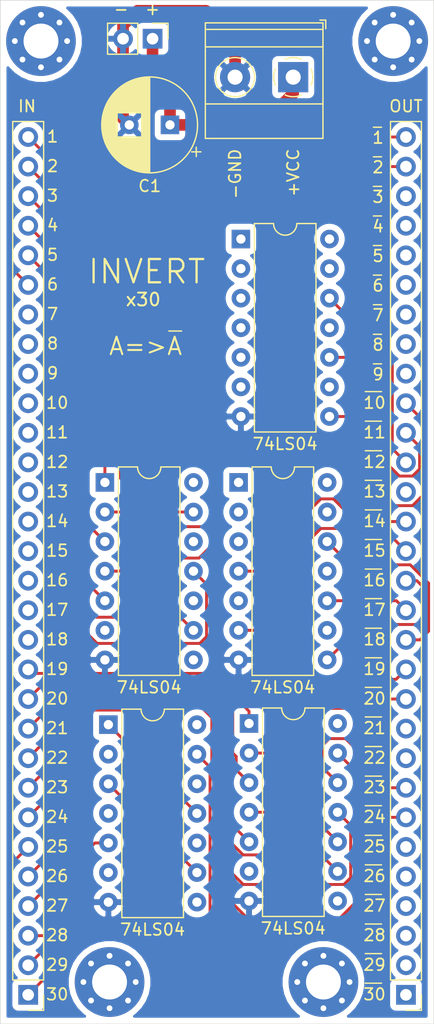
<source format=kicad_pcb>
(kicad_pcb (version 20171130) (host pcbnew "(5.1.9-0-10_14)")
  (layers (0 F.Cu signal) (1 In1.Cu signal) (2 In2.Cu signal hide) (31 B.Cu signal hide) (34 B.Paste user) (35 F.Paste user) (36 B.SilkS user) (37 F.SilkS user) (38 B.Mask user) (39 F.Mask user) (44 Edge.Cuts user))
  (net 0 "")
  (net 1 "Net-(J2-Pad30)")
  (net 2 "Net-(J2-Pad29)")
  (net 3 "Net-(J2-Pad28)")
  (net 4 "Net-(J2-Pad27)")
  (net 5 "Net-(J2-Pad26)")
  (net 6 "Net-(J2-Pad25)")
  (net 7 "Net-(J2-Pad24)")
  (net 8 "Net-(J2-Pad23)")
  (net 9 "Net-(J2-Pad22)")
  (net 10 "Net-(J2-Pad21)")
  (net 11 "Net-(J2-Pad20)")
  (net 12 "Net-(J2-Pad19)")
  (net 13 "Net-(J2-Pad18)")
  (net 14 "Net-(J2-Pad17)")
  (net 15 "Net-(J2-Pad16)")
  (net 16 "Net-(J2-Pad15)")
  (net 17 "Net-(J2-Pad14)")
  (net 18 "Net-(J2-Pad13)")
  (net 19 "Net-(J2-Pad12)")
  (net 20 "Net-(J2-Pad11)")
  (net 21 "Net-(J2-Pad10)")
  (net 22 "Net-(J2-Pad9)")
  (net 23 "Net-(J2-Pad8)")
  (net 24 "Net-(J2-Pad7)")
  (net 25 "Net-(J2-Pad6)")
  (net 26 "Net-(J2-Pad5)")
  (net 27 "Net-(J2-Pad4)")
  (net 28 "Net-(J2-Pad3)")
  (net 29 "Net-(J2-Pad2)")
  (net 30 "Net-(J2-Pad1)")
  (net 31 "Net-(J1-Pad30)")
  (net 32 "Net-(J1-Pad29)")
  (net 33 "Net-(J1-Pad28)")
  (net 34 "Net-(J1-Pad27)")
  (net 35 "Net-(J1-Pad26)")
  (net 36 "Net-(J1-Pad25)")
  (net 37 "Net-(J1-Pad24)")
  (net 38 "Net-(J1-Pad23)")
  (net 39 "Net-(J1-Pad22)")
  (net 40 "Net-(J1-Pad21)")
  (net 41 "Net-(J1-Pad20)")
  (net 42 "Net-(J1-Pad19)")
  (net 43 "Net-(J1-Pad18)")
  (net 44 "Net-(J1-Pad17)")
  (net 45 "Net-(J1-Pad16)")
  (net 46 "Net-(J1-Pad15)")
  (net 47 "Net-(J1-Pad14)")
  (net 48 "Net-(J1-Pad13)")
  (net 49 "Net-(J1-Pad12)")
  (net 50 "Net-(J1-Pad11)")
  (net 51 "Net-(J1-Pad10)")
  (net 52 "Net-(J1-Pad9)")
  (net 53 "Net-(J1-Pad8)")
  (net 54 "Net-(J1-Pad7)")
  (net 55 "Net-(J1-Pad6)")
  (net 56 "Net-(J1-Pad5)")
  (net 57 "Net-(J1-Pad4)")
  (net 58 "Net-(J1-Pad3)")
  (net 59 "Net-(J1-Pad2)")
  (net 60 "Net-(J1-Pad1)")
  (net 61 GND)
  (net 62 VCC)
  (module MountingHole:MountingHole_3mm_Pad_Via (layer F.Cu) (at 84.9 53.5)
    (fp_text reference REF** hide)
    (fp_text value MountingHole_3mm_Pad_Via hide)
    (pad 1 thru_hole circle (at 1.59099 -1.59099) (size 0.8 0.8) (drill 0.5) (layers *.Cu *.Mask))
    (pad 1 thru_hole circle (at 0 -2.25) (size 0.8 0.8) (drill 0.5) (layers *.Cu *.Mask))
    (pad 1 thru_hole circle (at -1.59099 -1.59099) (size 0.8 0.8) (drill 0.5) (layers *.Cu *.Mask))
    (pad 1 thru_hole circle (at -2.25 0) (size 0.8 0.8) (drill 0.5) (layers *.Cu *.Mask))
    (pad 1 thru_hole circle (at -1.59099 1.59099) (size 0.8 0.8) (drill 0.5) (layers *.Cu *.Mask))
    (pad 1 thru_hole circle (at 0 2.25) (size 0.8 0.8) (drill 0.5) (layers *.Cu *.Mask))
    (pad 1 thru_hole circle (at 1.59099 1.59099) (size 0.8 0.8) (drill 0.5) (layers *.Cu *.Mask))
    (pad 1 thru_hole circle (at 2.25 0) (size 0.8 0.8) (drill 0.5) (layers *.Cu *.Mask))
    (pad 1 thru_hole circle (at 0 0) (size 6 6) (drill 3) (layers *.Cu *.Mask))
  )
  (module MountingHole:MountingHole_3mm_Pad_Via (layer F.Cu) (at 115.2 53.5)
    (fp_text reference REF** hide)
    (fp_text value MountingHole_3mm_Pad_Via hide)
    (pad 1 thru_hole circle (at 0 0) (size 6 6) (drill 3) (layers *.Cu *.Mask))
    (pad 1 thru_hole circle (at 2.25 0) (size 0.8 0.8) (drill 0.5) (layers *.Cu *.Mask))
    (pad 1 thru_hole circle (at 1.59099 1.59099) (size 0.8 0.8) (drill 0.5) (layers *.Cu *.Mask))
    (pad 1 thru_hole circle (at 0 2.25) (size 0.8 0.8) (drill 0.5) (layers *.Cu *.Mask))
    (pad 1 thru_hole circle (at -1.59099 1.59099) (size 0.8 0.8) (drill 0.5) (layers *.Cu *.Mask))
    (pad 1 thru_hole circle (at -2.25 0) (size 0.8 0.8) (drill 0.5) (layers *.Cu *.Mask))
    (pad 1 thru_hole circle (at -1.59099 -1.59099) (size 0.8 0.8) (drill 0.5) (layers *.Cu *.Mask))
    (pad 1 thru_hole circle (at 0 -2.25) (size 0.8 0.8) (drill 0.5) (layers *.Cu *.Mask))
    (pad 1 thru_hole circle (at 1.59099 -1.59099) (size 0.8 0.8) (drill 0.5) (layers *.Cu *.Mask))
  )
  (module MountingHole:MountingHole_3mm_Pad_Via (layer F.Cu) (at 90.8 134.3)
    (fp_text reference REF** hide)
    (fp_text value MountingHole_3mm_Pad_Via hide)
    (pad 1 thru_hole circle (at 0 0) (size 6 6) (drill 3) (layers *.Cu *.Mask))
    (pad 1 thru_hole circle (at 2.25 0) (size 0.8 0.8) (drill 0.5) (layers *.Cu *.Mask))
    (pad 1 thru_hole circle (at 1.59099 1.59099) (size 0.8 0.8) (drill 0.5) (layers *.Cu *.Mask))
    (pad 1 thru_hole circle (at 0 2.25) (size 0.8 0.8) (drill 0.5) (layers *.Cu *.Mask))
    (pad 1 thru_hole circle (at -1.59099 1.59099) (size 0.8 0.8) (drill 0.5) (layers *.Cu *.Mask))
    (pad 1 thru_hole circle (at -2.25 0) (size 0.8 0.8) (drill 0.5) (layers *.Cu *.Mask))
    (pad 1 thru_hole circle (at -1.59099 -1.59099) (size 0.8 0.8) (drill 0.5) (layers *.Cu *.Mask))
    (pad 1 thru_hole circle (at 0 -2.25) (size 0.8 0.8) (drill 0.5) (layers *.Cu *.Mask))
    (pad 1 thru_hole circle (at 1.59099 -1.59099) (size 0.8 0.8) (drill 0.5) (layers *.Cu *.Mask))
  )
  (module MountingHole:MountingHole_3mm_Pad_Via (layer F.Cu) (at 109.2 134.3)
    (fp_text reference REF** hide)
    (fp_text value MountingHole_3mm_Pad_Via hide)
    (pad 1 thru_hole circle (at 1.59099 -1.59099) (size 0.8 0.8) (drill 0.5) (layers *.Cu *.Mask))
    (pad 1 thru_hole circle (at 0 -2.25) (size 0.8 0.8) (drill 0.5) (layers *.Cu *.Mask))
    (pad 1 thru_hole circle (at -1.59099 -1.59099) (size 0.8 0.8) (drill 0.5) (layers *.Cu *.Mask))
    (pad 1 thru_hole circle (at -2.25 0) (size 0.8 0.8) (drill 0.5) (layers *.Cu *.Mask))
    (pad 1 thru_hole circle (at -1.59099 1.59099) (size 0.8 0.8) (drill 0.5) (layers *.Cu *.Mask))
    (pad 1 thru_hole circle (at 0 2.25) (size 0.8 0.8) (drill 0.5) (layers *.Cu *.Mask))
    (pad 1 thru_hole circle (at 1.59099 1.59099) (size 0.8 0.8) (drill 0.5) (layers *.Cu *.Mask))
    (pad 1 thru_hole circle (at 2.25 0) (size 0.8 0.8) (drill 0.5) (layers *.Cu *.Mask))
    (pad 1 thru_hole circle (at 0 0) (size 6 6) (drill 3) (layers *.Cu *.Mask))
  )
  (module Capacitor_THT:CP_Radial_D8.0mm_P3.50mm (layer F.Cu) (at 96 60.7 180)
    (fp_text reference C1 (at 1.75 -5.25) (layer F.SilkS))
    (fp_text value CP1_Small)
    (pad 2 thru_hole circle (at 3.5 0 180) (size 1.6 1.6) (drill 0.8) (layers *.Cu *.Mask) (net 61 GND))
    (pad 1 thru_hole rect (at 0 0 180) (size 1.6 1.6) (drill 0.8) (layers *.Cu *.Mask) (net 62 VCC))
  )
  (module TerminalBlock_Phoenix:TerminalBlock_Phoenix_MKDS-1,5-2_1x02_P5.00mm_Horizontal (layer F.Cu) (at 106.6 56.6 180)
    (fp_text reference J4 hide)
    (fp_text value Screw_Terminal_01x02 hide)
    (pad 2 thru_hole circle (at 5 0 180) (size 2.6 2.6) (drill 1.3) (layers *.Cu *.Mask) (net 61 GND))
    (pad 1 thru_hole rect (at 0 0 180) (size 2.6 2.6) (drill 1.3) (layers *.Cu *.Mask) (net 62 VCC))
  )
  (module Connector_PinHeader_2.54mm:PinHeader_1x02_P2.54mm_Vertical (layer F.Cu) (at 94.5 53.3 270)
    (fp_text reference J3 hide)
    (fp_text value Conn_01x02 hide)
    (pad 2 thru_hole oval (at 0 2.54 270) (size 1.7 1.7) (drill 1) (layers *.Cu *.Mask) (net 61 GND))
    (pad 1 thru_hole rect (at 0 0 270) (size 1.7 1.7) (drill 1) (layers *.Cu *.Mask) (net 62 VCC))
  )
  (module Connector_PinHeader_2.54mm:PinHeader_1x30_P2.54mm_Vertical (layer F.Cu) (at 116.3 135.4 180)
    (fp_text reference J1 hide)
    (fp_text value Conn_01x30 hide)
    (pad 30 thru_hole oval (at 0 73.66 180) (size 1.7 1.7) (drill 1) (layers *.Cu *.Mask) (net 31 "Net-(J1-Pad30)"))
    (pad 29 thru_hole oval (at 0 71.12 180) (size 1.7 1.7) (drill 1) (layers *.Cu *.Mask) (net 32 "Net-(J1-Pad29)"))
    (pad 28 thru_hole oval (at 0 68.58 180) (size 1.7 1.7) (drill 1) (layers *.Cu *.Mask) (net 33 "Net-(J1-Pad28)"))
    (pad 27 thru_hole oval (at 0 66.04 180) (size 1.7 1.7) (drill 1) (layers *.Cu *.Mask) (net 34 "Net-(J1-Pad27)"))
    (pad 26 thru_hole oval (at 0 63.5 180) (size 1.7 1.7) (drill 1) (layers *.Cu *.Mask) (net 35 "Net-(J1-Pad26)"))
    (pad 25 thru_hole oval (at 0 60.96 180) (size 1.7 1.7) (drill 1) (layers *.Cu *.Mask) (net 36 "Net-(J1-Pad25)"))
    (pad 24 thru_hole oval (at 0 58.42 180) (size 1.7 1.7) (drill 1) (layers *.Cu *.Mask) (net 37 "Net-(J1-Pad24)"))
    (pad 23 thru_hole oval (at 0 55.88 180) (size 1.7 1.7) (drill 1) (layers *.Cu *.Mask) (net 38 "Net-(J1-Pad23)"))
    (pad 22 thru_hole oval (at 0 53.34 180) (size 1.7 1.7) (drill 1) (layers *.Cu *.Mask) (net 39 "Net-(J1-Pad22)"))
    (pad 21 thru_hole oval (at 0 50.8 180) (size 1.7 1.7) (drill 1) (layers *.Cu *.Mask) (net 40 "Net-(J1-Pad21)"))
    (pad 20 thru_hole oval (at 0 48.26 180) (size 1.7 1.7) (drill 1) (layers *.Cu *.Mask) (net 41 "Net-(J1-Pad20)"))
    (pad 19 thru_hole oval (at 0 45.72 180) (size 1.7 1.7) (drill 1) (layers *.Cu *.Mask) (net 42 "Net-(J1-Pad19)"))
    (pad 18 thru_hole oval (at 0 43.18 180) (size 1.7 1.7) (drill 1) (layers *.Cu *.Mask) (net 43 "Net-(J1-Pad18)"))
    (pad 17 thru_hole oval (at 0 40.64 180) (size 1.7 1.7) (drill 1) (layers *.Cu *.Mask) (net 44 "Net-(J1-Pad17)"))
    (pad 16 thru_hole oval (at 0 38.1 180) (size 1.7 1.7) (drill 1) (layers *.Cu *.Mask) (net 45 "Net-(J1-Pad16)"))
    (pad 15 thru_hole oval (at 0 35.56 180) (size 1.7 1.7) (drill 1) (layers *.Cu *.Mask) (net 46 "Net-(J1-Pad15)"))
    (pad 14 thru_hole oval (at 0 33.02 180) (size 1.7 1.7) (drill 1) (layers *.Cu *.Mask) (net 47 "Net-(J1-Pad14)"))
    (pad 13 thru_hole oval (at 0 30.48 180) (size 1.7 1.7) (drill 1) (layers *.Cu *.Mask) (net 48 "Net-(J1-Pad13)"))
    (pad 12 thru_hole oval (at 0 27.94 180) (size 1.7 1.7) (drill 1) (layers *.Cu *.Mask) (net 49 "Net-(J1-Pad12)"))
    (pad 11 thru_hole oval (at 0 25.4 180) (size 1.7 1.7) (drill 1) (layers *.Cu *.Mask) (net 50 "Net-(J1-Pad11)"))
    (pad 10 thru_hole oval (at 0 22.86 180) (size 1.7 1.7) (drill 1) (layers *.Cu *.Mask) (net 51 "Net-(J1-Pad10)"))
    (pad 9 thru_hole oval (at 0 20.32 180) (size 1.7 1.7) (drill 1) (layers *.Cu *.Mask) (net 52 "Net-(J1-Pad9)"))
    (pad 8 thru_hole oval (at 0 17.78 180) (size 1.7 1.7) (drill 1) (layers *.Cu *.Mask) (net 53 "Net-(J1-Pad8)"))
    (pad 7 thru_hole oval (at 0 15.24 180) (size 1.7 1.7) (drill 1) (layers *.Cu *.Mask) (net 54 "Net-(J1-Pad7)"))
    (pad 6 thru_hole oval (at 0 12.7 180) (size 1.7 1.7) (drill 1) (layers *.Cu *.Mask) (net 55 "Net-(J1-Pad6)"))
    (pad 5 thru_hole oval (at 0 10.16 180) (size 1.7 1.7) (drill 1) (layers *.Cu *.Mask) (net 56 "Net-(J1-Pad5)"))
    (pad 4 thru_hole oval (at 0 7.62 180) (size 1.7 1.7) (drill 1) (layers *.Cu *.Mask) (net 57 "Net-(J1-Pad4)"))
    (pad 3 thru_hole oval (at 0 5.08 180) (size 1.7 1.7) (drill 1) (layers *.Cu *.Mask) (net 58 "Net-(J1-Pad3)"))
    (pad 2 thru_hole oval (at 0 2.54 180) (size 1.7 1.7) (drill 1) (layers *.Cu *.Mask) (net 59 "Net-(J1-Pad2)"))
    (pad 1 thru_hole rect (at 0 0 180) (size 1.7 1.7) (drill 1) (layers *.Cu *.Mask) (net 60 "Net-(J1-Pad1)"))
  )
  (module Connector_PinHeader_2.54mm:PinHeader_1x30_P2.54mm_Vertical (layer F.Cu) (at 83.8 135.4 180)
    (fp_text reference J2 hide)
    (fp_text value Conn_01x30 hide)
    (pad 30 thru_hole oval (at 0 73.66 180) (size 1.7 1.7) (drill 1) (layers *.Cu *.Mask) (net 1 "Net-(J2-Pad30)"))
    (pad 29 thru_hole oval (at 0 71.12 180) (size 1.7 1.7) (drill 1) (layers *.Cu *.Mask) (net 2 "Net-(J2-Pad29)"))
    (pad 28 thru_hole oval (at 0 68.58 180) (size 1.7 1.7) (drill 1) (layers *.Cu *.Mask) (net 3 "Net-(J2-Pad28)"))
    (pad 27 thru_hole oval (at 0 66.04 180) (size 1.7 1.7) (drill 1) (layers *.Cu *.Mask) (net 4 "Net-(J2-Pad27)"))
    (pad 26 thru_hole oval (at 0 63.5 180) (size 1.7 1.7) (drill 1) (layers *.Cu *.Mask) (net 5 "Net-(J2-Pad26)"))
    (pad 25 thru_hole oval (at 0 60.96 180) (size 1.7 1.7) (drill 1) (layers *.Cu *.Mask) (net 6 "Net-(J2-Pad25)"))
    (pad 24 thru_hole oval (at 0 58.42 180) (size 1.7 1.7) (drill 1) (layers *.Cu *.Mask) (net 7 "Net-(J2-Pad24)"))
    (pad 23 thru_hole oval (at 0 55.88 180) (size 1.7 1.7) (drill 1) (layers *.Cu *.Mask) (net 8 "Net-(J2-Pad23)"))
    (pad 22 thru_hole oval (at 0 53.34 180) (size 1.7 1.7) (drill 1) (layers *.Cu *.Mask) (net 9 "Net-(J2-Pad22)"))
    (pad 21 thru_hole oval (at 0 50.8 180) (size 1.7 1.7) (drill 1) (layers *.Cu *.Mask) (net 10 "Net-(J2-Pad21)"))
    (pad 20 thru_hole oval (at 0 48.26 180) (size 1.7 1.7) (drill 1) (layers *.Cu *.Mask) (net 11 "Net-(J2-Pad20)"))
    (pad 19 thru_hole oval (at 0 45.72 180) (size 1.7 1.7) (drill 1) (layers *.Cu *.Mask) (net 12 "Net-(J2-Pad19)"))
    (pad 18 thru_hole oval (at 0 43.18 180) (size 1.7 1.7) (drill 1) (layers *.Cu *.Mask) (net 13 "Net-(J2-Pad18)"))
    (pad 17 thru_hole oval (at 0 40.64 180) (size 1.7 1.7) (drill 1) (layers *.Cu *.Mask) (net 14 "Net-(J2-Pad17)"))
    (pad 16 thru_hole oval (at 0 38.1 180) (size 1.7 1.7) (drill 1) (layers *.Cu *.Mask) (net 15 "Net-(J2-Pad16)"))
    (pad 15 thru_hole oval (at 0 35.56 180) (size 1.7 1.7) (drill 1) (layers *.Cu *.Mask) (net 16 "Net-(J2-Pad15)"))
    (pad 14 thru_hole oval (at 0 33.02 180) (size 1.7 1.7) (drill 1) (layers *.Cu *.Mask) (net 17 "Net-(J2-Pad14)"))
    (pad 13 thru_hole oval (at 0 30.48 180) (size 1.7 1.7) (drill 1) (layers *.Cu *.Mask) (net 18 "Net-(J2-Pad13)"))
    (pad 12 thru_hole oval (at 0 27.94 180) (size 1.7 1.7) (drill 1) (layers *.Cu *.Mask) (net 19 "Net-(J2-Pad12)"))
    (pad 11 thru_hole oval (at 0 25.4 180) (size 1.7 1.7) (drill 1) (layers *.Cu *.Mask) (net 20 "Net-(J2-Pad11)"))
    (pad 10 thru_hole oval (at 0 22.86 180) (size 1.7 1.7) (drill 1) (layers *.Cu *.Mask) (net 21 "Net-(J2-Pad10)"))
    (pad 9 thru_hole oval (at 0 20.32 180) (size 1.7 1.7) (drill 1) (layers *.Cu *.Mask) (net 22 "Net-(J2-Pad9)"))
    (pad 8 thru_hole oval (at 0 17.78 180) (size 1.7 1.7) (drill 1) (layers *.Cu *.Mask) (net 23 "Net-(J2-Pad8)"))
    (pad 7 thru_hole oval (at 0 15.24 180) (size 1.7 1.7) (drill 1) (layers *.Cu *.Mask) (net 24 "Net-(J2-Pad7)"))
    (pad 6 thru_hole oval (at 0 12.7 180) (size 1.7 1.7) (drill 1) (layers *.Cu *.Mask) (net 25 "Net-(J2-Pad6)"))
    (pad 5 thru_hole oval (at 0 10.16 180) (size 1.7 1.7) (drill 1) (layers *.Cu *.Mask) (net 26 "Net-(J2-Pad5)"))
    (pad 4 thru_hole oval (at 0 7.62 180) (size 1.7 1.7) (drill 1) (layers *.Cu *.Mask) (net 27 "Net-(J2-Pad4)"))
    (pad 3 thru_hole oval (at 0 5.08 180) (size 1.7 1.7) (drill 1) (layers *.Cu *.Mask) (net 28 "Net-(J2-Pad3)"))
    (pad 2 thru_hole oval (at 0 2.54 180) (size 1.7 1.7) (drill 1) (layers *.Cu *.Mask) (net 29 "Net-(J2-Pad2)"))
    (pad 1 thru_hole rect (at 0 0 180) (size 1.7 1.7) (drill 1) (layers *.Cu *.Mask) (net 30 "Net-(J2-Pad1)"))
  )
  (module Package_DIP:DIP-14_W7.62mm (layer F.Cu) (at 90.7 112.2)
    (fp_text reference U5 hide)
    (fp_text value 74LS04)
    (pad 14 thru_hole oval (at 7.62 0) (size 1.6 1.6) (drill 0.8) (layers *.Cu *.Mask) (net 62 VCC))
    (pad 7 thru_hole oval (at 0 15.24) (size 1.6 1.6) (drill 0.8) (layers *.Cu *.Mask) (net 61 GND))
    (pad 13 thru_hole oval (at 7.62 2.54) (size 1.6 1.6) (drill 0.8) (layers *.Cu *.Mask) (net 25 "Net-(J2-Pad6)"))
    (pad 6 thru_hole oval (at 0 12.7) (size 1.6 1.6) (drill 0.8) (layers *.Cu *.Mask) (net 58 "Net-(J1-Pad3)"))
    (pad 12 thru_hole oval (at 7.62 5.08) (size 1.6 1.6) (drill 0.8) (layers *.Cu *.Mask) (net 55 "Net-(J1-Pad6)"))
    (pad 5 thru_hole oval (at 0 10.16) (size 1.6 1.6) (drill 0.8) (layers *.Cu *.Mask) (net 28 "Net-(J2-Pad3)"))
    (pad 11 thru_hole oval (at 7.62 7.62) (size 1.6 1.6) (drill 0.8) (layers *.Cu *.Mask) (net 26 "Net-(J2-Pad5)"))
    (pad 4 thru_hole oval (at 0 7.62) (size 1.6 1.6) (drill 0.8) (layers *.Cu *.Mask) (net 59 "Net-(J1-Pad2)"))
    (pad 10 thru_hole oval (at 7.62 10.16) (size 1.6 1.6) (drill 0.8) (layers *.Cu *.Mask) (net 56 "Net-(J1-Pad5)"))
    (pad 3 thru_hole oval (at 0 5.08) (size 1.6 1.6) (drill 0.8) (layers *.Cu *.Mask) (net 29 "Net-(J2-Pad2)"))
    (pad 9 thru_hole oval (at 7.62 12.7) (size 1.6 1.6) (drill 0.8) (layers *.Cu *.Mask) (net 27 "Net-(J2-Pad4)"))
    (pad 2 thru_hole oval (at 0 2.54) (size 1.6 1.6) (drill 0.8) (layers *.Cu *.Mask) (net 60 "Net-(J1-Pad1)"))
    (pad 8 thru_hole oval (at 7.62 15.24) (size 1.6 1.6) (drill 0.8) (layers *.Cu *.Mask) (net 57 "Net-(J1-Pad4)"))
    (pad 1 thru_hole rect (at 0 0) (size 1.6 1.6) (drill 0.8) (layers *.Cu *.Mask) (net 30 "Net-(J2-Pad1)"))
  )
  (module Package_DIP:DIP-14_W7.62mm (layer F.Cu) (at 90.4 91.4)
    (fp_text reference U4 hide)
    (fp_text value 74LS04)
    (pad 14 thru_hole oval (at 7.62 0) (size 1.6 1.6) (drill 0.8) (layers *.Cu *.Mask) (net 62 VCC))
    (pad 7 thru_hole oval (at 0 15.24) (size 1.6 1.6) (drill 0.8) (layers *.Cu *.Mask) (net 61 GND))
    (pad 13 thru_hole oval (at 7.62 2.54) (size 1.6 1.6) (drill 0.8) (layers *.Cu *.Mask) (net 6 "Net-(J2-Pad25)"))
    (pad 6 thru_hole oval (at 0 12.7) (size 1.6 1.6) (drill 0.8) (layers *.Cu *.Mask) (net 33 "Net-(J1-Pad28)"))
    (pad 12 thru_hole oval (at 7.62 5.08) (size 1.6 1.6) (drill 0.8) (layers *.Cu *.Mask) (net 36 "Net-(J1-Pad25)"))
    (pad 5 thru_hole oval (at 0 10.16) (size 1.6 1.6) (drill 0.8) (layers *.Cu *.Mask) (net 3 "Net-(J2-Pad28)"))
    (pad 11 thru_hole oval (at 7.62 7.62) (size 1.6 1.6) (drill 0.8) (layers *.Cu *.Mask) (net 5 "Net-(J2-Pad26)"))
    (pad 4 thru_hole oval (at 0 7.62) (size 1.6 1.6) (drill 0.8) (layers *.Cu *.Mask) (net 32 "Net-(J1-Pad29)"))
    (pad 10 thru_hole oval (at 7.62 10.16) (size 1.6 1.6) (drill 0.8) (layers *.Cu *.Mask) (net 35 "Net-(J1-Pad26)"))
    (pad 3 thru_hole oval (at 0 5.08) (size 1.6 1.6) (drill 0.8) (layers *.Cu *.Mask) (net 2 "Net-(J2-Pad29)"))
    (pad 9 thru_hole oval (at 7.62 12.7) (size 1.6 1.6) (drill 0.8) (layers *.Cu *.Mask) (net 4 "Net-(J2-Pad27)"))
    (pad 2 thru_hole oval (at 0 2.54) (size 1.6 1.6) (drill 0.8) (layers *.Cu *.Mask) (net 31 "Net-(J1-Pad30)"))
    (pad 8 thru_hole oval (at 7.62 15.24) (size 1.6 1.6) (drill 0.8) (layers *.Cu *.Mask) (net 34 "Net-(J1-Pad27)"))
    (pad 1 thru_hole rect (at 0 0) (size 1.6 1.6) (drill 0.8) (layers *.Cu *.Mask) (net 1 "Net-(J2-Pad30)"))
  )
  (module Package_DIP:DIP-14_W7.62mm (layer F.Cu) (at 101.9 91.4)
    (fp_text reference U3 hide)
    (fp_text value 74LS04)
    (pad 14 thru_hole oval (at 7.62 0) (size 1.6 1.6) (drill 0.8) (layers *.Cu *.Mask) (net 62 VCC))
    (pad 7 thru_hole oval (at 0 15.24) (size 1.6 1.6) (drill 0.8) (layers *.Cu *.Mask) (net 61 GND))
    (pad 13 thru_hole oval (at 7.62 2.54) (size 1.6 1.6) (drill 0.8) (layers *.Cu *.Mask) (net 18 "Net-(J2-Pad13)"))
    (pad 6 thru_hole oval (at 0 12.7) (size 1.6 1.6) (drill 0.8) (layers *.Cu *.Mask) (net 45 "Net-(J1-Pad16)"))
    (pad 12 thru_hole oval (at 7.62 5.08) (size 1.6 1.6) (drill 0.8) (layers *.Cu *.Mask) (net 48 "Net-(J1-Pad13)"))
    (pad 5 thru_hole oval (at 0 10.16) (size 1.6 1.6) (drill 0.8) (layers *.Cu *.Mask) (net 15 "Net-(J2-Pad16)"))
    (pad 11 thru_hole oval (at 7.62 7.62) (size 1.6 1.6) (drill 0.8) (layers *.Cu *.Mask) (net 17 "Net-(J2-Pad14)"))
    (pad 4 thru_hole oval (at 0 7.62) (size 1.6 1.6) (drill 0.8) (layers *.Cu *.Mask) (net 44 "Net-(J1-Pad17)"))
    (pad 10 thru_hole oval (at 7.62 10.16) (size 1.6 1.6) (drill 0.8) (layers *.Cu *.Mask) (net 47 "Net-(J1-Pad14)"))
    (pad 3 thru_hole oval (at 0 5.08) (size 1.6 1.6) (drill 0.8) (layers *.Cu *.Mask) (net 14 "Net-(J2-Pad17)"))
    (pad 9 thru_hole oval (at 7.62 12.7) (size 1.6 1.6) (drill 0.8) (layers *.Cu *.Mask) (net 16 "Net-(J2-Pad15)"))
    (pad 2 thru_hole oval (at 0 2.54) (size 1.6 1.6) (drill 0.8) (layers *.Cu *.Mask) (net 43 "Net-(J1-Pad18)"))
    (pad 8 thru_hole oval (at 7.62 15.24) (size 1.6 1.6) (drill 0.8) (layers *.Cu *.Mask) (net 46 "Net-(J1-Pad15)"))
    (pad 1 thru_hole rect (at 0 0) (size 1.6 1.6) (drill 0.8) (layers *.Cu *.Mask) (net 13 "Net-(J2-Pad18)"))
  )
  (module Package_DIP:DIP-14_W7.62mm (layer F.Cu) (at 102.1 70.5)
    (fp_text reference U2 hide)
    (fp_text value 74LS04)
    (pad 14 thru_hole oval (at 7.62 0) (size 1.6 1.6) (drill 0.8) (layers *.Cu *.Mask) (net 62 VCC))
    (pad 7 thru_hole oval (at 0 15.24) (size 1.6 1.6) (drill 0.8) (layers *.Cu *.Mask) (net 61 GND))
    (pad 13 thru_hole oval (at 7.62 2.54) (size 1.6 1.6) (drill 0.8) (layers *.Cu *.Mask) (net 12 "Net-(J2-Pad19)"))
    (pad 6 thru_hole oval (at 0 12.7) (size 1.6 1.6) (drill 0.8) (layers *.Cu *.Mask) (net 39 "Net-(J1-Pad22)"))
    (pad 12 thru_hole oval (at 7.62 5.08) (size 1.6 1.6) (drill 0.8) (layers *.Cu *.Mask) (net 42 "Net-(J1-Pad19)"))
    (pad 5 thru_hole oval (at 0 10.16) (size 1.6 1.6) (drill 0.8) (layers *.Cu *.Mask) (net 9 "Net-(J2-Pad22)"))
    (pad 11 thru_hole oval (at 7.62 7.62) (size 1.6 1.6) (drill 0.8) (layers *.Cu *.Mask) (net 11 "Net-(J2-Pad20)"))
    (pad 4 thru_hole oval (at 0 7.62) (size 1.6 1.6) (drill 0.8) (layers *.Cu *.Mask) (net 38 "Net-(J1-Pad23)"))
    (pad 10 thru_hole oval (at 7.62 10.16) (size 1.6 1.6) (drill 0.8) (layers *.Cu *.Mask) (net 41 "Net-(J1-Pad20)"))
    (pad 3 thru_hole oval (at 0 5.08) (size 1.6 1.6) (drill 0.8) (layers *.Cu *.Mask) (net 8 "Net-(J2-Pad23)"))
    (pad 9 thru_hole oval (at 7.62 12.7) (size 1.6 1.6) (drill 0.8) (layers *.Cu *.Mask) (net 10 "Net-(J2-Pad21)"))
    (pad 2 thru_hole oval (at 0 2.54) (size 1.6 1.6) (drill 0.8) (layers *.Cu *.Mask) (net 37 "Net-(J1-Pad24)"))
    (pad 8 thru_hole oval (at 7.62 15.24) (size 1.6 1.6) (drill 0.8) (layers *.Cu *.Mask) (net 40 "Net-(J1-Pad21)"))
    (pad 1 thru_hole rect (at 0 0) (size 1.6 1.6) (drill 0.8) (layers *.Cu *.Mask) (net 7 "Net-(J2-Pad24)"))
  )
  (module Package_DIP:DIP-14_W7.62mm (layer F.Cu) (at 102.8 112.1)
    (fp_text reference U1 hide)
    (fp_text value 74LS04)
    (pad 14 thru_hole oval (at 7.62 0) (size 1.6 1.6) (drill 0.8) (layers *.Cu *.Mask) (net 62 VCC))
    (pad 7 thru_hole oval (at 0 15.24) (size 1.6 1.6) (drill 0.8) (layers *.Cu *.Mask) (net 61 GND))
    (pad 13 thru_hole oval (at 7.62 2.54) (size 1.6 1.6) (drill 0.8) (layers *.Cu *.Mask) (net 24 "Net-(J2-Pad7)"))
    (pad 6 thru_hole oval (at 0 12.7) (size 1.6 1.6) (drill 0.8) (layers *.Cu *.Mask) (net 51 "Net-(J1-Pad10)"))
    (pad 12 thru_hole oval (at 7.62 5.08) (size 1.6 1.6) (drill 0.8) (layers *.Cu *.Mask) (net 54 "Net-(J1-Pad7)"))
    (pad 5 thru_hole oval (at 0 10.16) (size 1.6 1.6) (drill 0.8) (layers *.Cu *.Mask) (net 21 "Net-(J2-Pad10)"))
    (pad 11 thru_hole oval (at 7.62 7.62) (size 1.6 1.6) (drill 0.8) (layers *.Cu *.Mask) (net 23 "Net-(J2-Pad8)"))
    (pad 4 thru_hole oval (at 0 7.62) (size 1.6 1.6) (drill 0.8) (layers *.Cu *.Mask) (net 50 "Net-(J1-Pad11)"))
    (pad 10 thru_hole oval (at 7.62 10.16) (size 1.6 1.6) (drill 0.8) (layers *.Cu *.Mask) (net 53 "Net-(J1-Pad8)"))
    (pad 3 thru_hole oval (at 0 5.08) (size 1.6 1.6) (drill 0.8) (layers *.Cu *.Mask) (net 20 "Net-(J2-Pad11)"))
    (pad 9 thru_hole oval (at 7.62 12.7) (size 1.6 1.6) (drill 0.8) (layers *.Cu *.Mask) (net 22 "Net-(J2-Pad9)"))
    (pad 2 thru_hole oval (at 0 2.54) (size 1.6 1.6) (drill 0.8) (layers *.Cu *.Mask) (net 49 "Net-(J1-Pad12)"))
    (pad 8 thru_hole oval (at 7.62 15.24) (size 1.6 1.6) (drill 0.8) (layers *.Cu *.Mask) (net 52 "Net-(J1-Pad9)"))
    (pad 1 thru_hole rect (at 0 0) (size 1.6 1.6) (drill 0.8) (layers *.Cu *.Mask) (net 19 "Net-(J2-Pad12)"))
  )
  (gr_text + (at 94.5 50.9 180) (layer F.SilkS) (effects (font (size 1 1))))
  (gr_text - (at 91.8 50.9 180) (layer F.SilkS) (effects (font (size 1 1))))
  (gr_line (start 95.9 78.4) (end 97 78.4) (layer F.SilkS) (width 0.12))
  (gr_text A=>A (at 93.9 79.7) (layer F.SilkS) (effects (font (size 1.5 1.5) (thickness 0.17))))
  (gr_text x30 (at 93.7 75.7) (layer F.SilkS) (effects (font (size 1.1 1.1) (thickness 0.17))))
  (gr_text INVERT (at 94 73.3) (layer F.SilkS) (effects (font (size 2 2) (thickness 0.2))))
  (gr_text 74LS04 (at 106.6 129.7) (layer F.SilkS) (effects (font (size 1 1))))
  (gr_text 74LS04 (at 94.5 129.8) (layer F.SilkS) (effects (font (size 1 1))))
  (gr_text 74LS04 (at 94.2 109) (layer F.SilkS) (effects (font (size 1 1))))
  (gr_text 74LS04 (at 105.7 109) (layer F.SilkS) (effects (font (size 1 1))))
  (gr_text 74LS04 (at 105.9 88.1) (layer F.SilkS) (effects (font (size 1 1))))
  (gr_text -GND (at 101.6 64.9 90) (layer F.SilkS) (effects (font (size 1 1))))
  (gr_text +VCC (at 106.6 64.8 90) (layer F.SilkS) (effects (font (size 1 1))))
  (gr_text OUT (at 116.3 59.1) (layer F.SilkS) (effects (font (size 1 1))))
  (gr_text IN (at 83.7 59.1) (layer F.SilkS) (effects (font (size 1 1))))
  (gr_line (start 113.5 81.22) (end 114.2 81.22) (layer F.SilkS) (width 0.12))
  (gr_line (start 113.5 78.68) (end 114.2 78.68) (layer F.SilkS) (width 0.12))
  (gr_line (start 113.5 76.14) (end 114.2 76.14) (layer F.SilkS) (width 0.12))
  (gr_line (start 113.5 73.6) (end 114.2 73.6) (layer F.SilkS) (width 0.12))
  (gr_line (start 113.5 71.06) (end 114.2 71.06) (layer F.SilkS) (width 0.12))
  (gr_line (start 113.5 68.52) (end 114.2 68.52) (layer F.SilkS) (width 0.12))
  (gr_line (start 113.5 65.98) (end 114.2 65.98) (layer F.SilkS) (width 0.12))
  (gr_line (start 113.5 63.44) (end 114.2 63.44) (layer F.SilkS) (width 0.12))
  (gr_line (start 113.5 60.9) (end 114.2 60.9) (layer F.SilkS) (width 0.12))
  (gr_line (start 112.8 134.4) (end 114.2 134.4) (layer F.SilkS) (width 0.12))
  (gr_line (start 112.8 131.86) (end 114.2 131.86) (layer F.SilkS) (width 0.12))
  (gr_line (start 112.8 129.32) (end 114.2 129.32) (layer F.SilkS) (width 0.12))
  (gr_line (start 112.8 126.78) (end 114.2 126.78) (layer F.SilkS) (width 0.12))
  (gr_line (start 112.8 124.24) (end 114.2 124.24) (layer F.SilkS) (width 0.12))
  (gr_line (start 112.8 121.7) (end 114.2 121.7) (layer F.SilkS) (width 0.12))
  (gr_line (start 112.8 119.16) (end 114.2 119.16) (layer F.SilkS) (width 0.12))
  (gr_line (start 112.8 116.62) (end 114.2 116.62) (layer F.SilkS) (width 0.12))
  (gr_line (start 112.8 114.08) (end 114.2 114.08) (layer F.SilkS) (width 0.12))
  (gr_line (start 112.8 111.54) (end 114.2 111.54) (layer F.SilkS) (width 0.12))
  (gr_line (start 112.8 109) (end 114.2 109) (layer F.SilkS) (width 0.12))
  (gr_line (start 112.8 106.46) (end 114.2 106.46) (layer F.SilkS) (width 0.12))
  (gr_line (start 112.8 103.92) (end 114.2 103.92) (layer F.SilkS) (width 0.12))
  (gr_line (start 112.8 101.38) (end 114.2 101.38) (layer F.SilkS) (width 0.12))
  (gr_line (start 112.8 98.84) (end 114.2 98.84) (layer F.SilkS) (width 0.12))
  (gr_line (start 112.8 96.3) (end 114.2 96.3) (layer F.SilkS) (width 0.12))
  (gr_line (start 112.8 93.76) (end 114.2 93.76) (layer F.SilkS) (width 0.12))
  (gr_line (start 112.8 91.22) (end 114.2 91.22) (layer F.SilkS) (width 0.12))
  (gr_line (start 112.8 88.68) (end 114.2 88.68) (layer F.SilkS) (width 0.12))
  (gr_line (start 112.8 86.14) (end 114.2 86.14) (layer F.SilkS) (width 0.12))
  (gr_line (start 112.8 83.6) (end 114.2 83.6) (layer F.SilkS) (width 0.12))
  (gr_text 30 (at 113.6 135.36) (layer F.SilkS) (effects (font (size 1 1))))
  (gr_text 25 (at 113.6 122.66) (layer F.SilkS) (effects (font (size 1 1))))
  (gr_text 23 (at 113.6 117.58) (layer F.SilkS) (effects (font (size 1 1))))
  (gr_text 24 (at 113.6 120.12) (layer F.SilkS) (effects (font (size 1 1))))
  (gr_text 29 (at 113.6 132.82) (layer F.SilkS) (effects (font (size 1 1))))
  (gr_text 27 (at 113.6 127.74) (layer F.SilkS) (effects (font (size 1 1))))
  (gr_text 28 (at 113.6 130.28) (layer F.SilkS) (effects (font (size 1 1))))
  (gr_text 21 (at 113.6 112.5) (layer F.SilkS) (effects (font (size 1 1))))
  (gr_text 26 (at 113.6 125.2) (layer F.SilkS) (effects (font (size 1 1))))
  (gr_text 22 (at 113.6 115.04) (layer F.SilkS) (effects (font (size 1 1))))
  (gr_text 10 (at 113.6 84.56) (layer F.SilkS) (effects (font (size 1 1))))
  (gr_text 6 (at 113.9 74.5) (layer F.SilkS) (effects (font (size 1 1))))
  (gr_text 9 (at 113.9 82.12) (layer F.SilkS) (effects (font (size 1 1))))
  (gr_text 7 (at 113.9 77.04) (layer F.SilkS) (effects (font (size 1 1))))
  (gr_text 11 (at 113.6 87.1) (layer F.SilkS) (effects (font (size 1 1))))
  (gr_text 14 (at 113.6 94.72) (layer F.SilkS) (effects (font (size 1 1))))
  (gr_text 20 (at 113.6 109.96) (layer F.SilkS) (effects (font (size 1 1))))
  (gr_text 18 (at 113.6 104.88) (layer F.SilkS) (effects (font (size 1 1))))
  (gr_text 19 (at 113.6 107.42) (layer F.SilkS) (effects (font (size 1 1))))
  (gr_text 17 (at 113.6 102.34) (layer F.SilkS) (effects (font (size 1 1))))
  (gr_text 13 (at 113.6 92.18) (layer F.SilkS) (effects (font (size 1 1))))
  (gr_text 2 (at 113.9 64.34) (layer F.SilkS) (effects (font (size 1 1))))
  (gr_text 15 (at 113.6 97.26) (layer F.SilkS) (effects (font (size 1 1))))
  (gr_text 16 (at 113.6 99.8) (layer F.SilkS) (effects (font (size 1 1))))
  (gr_text 4 (at 113.9 69.42) (layer F.SilkS) (effects (font (size 1 1))))
  (gr_text 5 (at 113.9 71.96) (layer F.SilkS) (effects (font (size 1 1))))
  (gr_text 3 (at 113.9 66.88) (layer F.SilkS) (effects (font (size 1 1))))
  (gr_text 12 (at 113.6 89.64) (layer F.SilkS) (effects (font (size 1 1))))
  (gr_text 8 (at 113.9 79.58) (layer F.SilkS) (effects (font (size 1 1))))
  (gr_text 1 (at 113.9 61.8) (layer F.SilkS) (effects (font (size 1 1))))
  (gr_text 30 (at 86.3 135.36) (layer F.SilkS) (effects (font (size 1 1))))
  (gr_text 29 (at 86.3 132.82) (layer F.SilkS) (effects (font (size 1 1))))
  (gr_text 28 (at 86.3 130.28) (layer F.SilkS) (effects (font (size 1 1))))
  (gr_text 27 (at 86.3 127.74) (layer F.SilkS) (effects (font (size 1 1))))
  (gr_text 26 (at 86.3 125.2) (layer F.SilkS) (effects (font (size 1 1))))
  (gr_text 25 (at 86.3 122.66) (layer F.SilkS) (effects (font (size 1 1))))
  (gr_text 24 (at 86.3 120.12) (layer F.SilkS) (effects (font (size 1 1))))
  (gr_text 23 (at 86.3 117.58) (layer F.SilkS) (effects (font (size 1 1))))
  (gr_text 22 (at 86.3 115.04) (layer F.SilkS) (effects (font (size 1 1))))
  (gr_text 21 (at 86.3 112.5) (layer F.SilkS) (effects (font (size 1 1))))
  (gr_text 20 (at 86.3 109.96) (layer F.SilkS) (effects (font (size 1 1))))
  (gr_text 19 (at 86.3 107.42) (layer F.SilkS) (effects (font (size 1 1))))
  (gr_text 18 (at 86.3 104.88) (layer F.SilkS) (effects (font (size 1 1))))
  (gr_text 17 (at 86.3 102.34) (layer F.SilkS) (effects (font (size 1 1))))
  (gr_text 16 (at 86.3 99.8) (layer F.SilkS) (effects (font (size 1 1))))
  (gr_text 15 (at 86.3 97.26) (layer F.SilkS) (effects (font (size 1 1))))
  (gr_text 14 (at 86.3 94.72) (layer F.SilkS) (effects (font (size 1 1))))
  (gr_text 13 (at 86.3 92.18) (layer F.SilkS) (effects (font (size 1 1))))
  (gr_text 12 (at 86.3 89.64) (layer F.SilkS) (effects (font (size 1 1))))
  (gr_text 11 (at 86.3 87.1) (layer F.SilkS) (effects (font (size 1 1))))
  (gr_text 10 (at 86.3 84.56) (layer F.SilkS) (effects (font (size 1 1))))
  (gr_text 9 (at 85.9 82.02) (layer F.SilkS) (effects (font (size 1 1))))
  (gr_text 8 (at 85.9 79.48) (layer F.SilkS) (effects (font (size 1 1))))
  (gr_text 7 (at 85.9 76.94) (layer F.SilkS) (effects (font (size 1 1))))
  (gr_text 6 (at 85.9 74.4) (layer F.SilkS) (effects (font (size 1 1))))
  (gr_text 5 (at 85.9 71.86) (layer F.SilkS) (effects (font (size 1 1))))
  (gr_text 4 (at 85.9 69.32) (layer F.SilkS) (effects (font (size 1 1))))
  (gr_text 3 (at 85.9 66.78) (layer F.SilkS) (effects (font (size 1 1))))
  (gr_text 2 (at 85.9 64.24) (layer F.SilkS) (effects (font (size 1 1))))
  (gr_text 1 (at 85.9 61.7) (layer F.SilkS) (effects (font (size 1 1))))
  (gr_line (start 118.7 50) (end 118.7 51) (layer Edge.Cuts) (width 0.05))
  (gr_line (start 81.4 50) (end 118.7 50) (layer Edge.Cuts) (width 0.05))
  (gr_line (start 81.4 51) (end 81.4 50) (layer Edge.Cuts) (width 0.05))
  (gr_line (start 81.4 137.9) (end 81.4 51) (layer Edge.Cuts) (width 0.05))
  (gr_line (start 118.7 137.9) (end 81.4 137.9) (layer Edge.Cuts) (width 0.05))
  (gr_line (start 118.7 51) (end 118.7 137.9) (layer Edge.Cuts) (width 0.05))
  (segment (start 90.4 68.34) (end 90.4 91.4) (width 0.25) (layer F.Cu) (net 1))
  (segment (start 83.8 61.74) (end 90.4 68.34) (width 0.25) (layer F.Cu) (net 1))
  (segment (start 88.750031 69.230031) (end 88.750031 94.830031) (width 0.25) (layer F.Cu) (net 2))
  (segment (start 83.8 64.28) (end 88.750031 69.230031) (width 0.25) (layer F.Cu) (net 2))
  (segment (start 88.750031 94.830031) (end 90.4 96.48) (width 0.25) (layer F.Cu) (net 2))
  (segment (start 83.8 66.82) (end 88.30002 71.32002) (width 0.25) (layer F.Cu) (net 3))
  (segment (start 88.30002 71.32002) (end 88.30002 99.46002) (width 0.25) (layer F.Cu) (net 3))
  (segment (start 88.30002 99.46002) (end 90.4 101.56) (width 0.25) (layer F.Cu) (net 3))
  (segment (start 89.674999 102.974999) (end 96.894999 102.974999) (width 0.25) (layer F.Cu) (net 4))
  (segment (start 96.894999 102.974999) (end 98.02 104.1) (width 0.25) (layer F.Cu) (net 4))
  (segment (start 87.850009 101.150009) (end 89.674999 102.974999) (width 0.25) (layer F.Cu) (net 4))
  (segment (start 83.8 69.36) (end 87.850009 73.410009) (width 0.25) (layer F.Cu) (net 4))
  (segment (start 87.850009 73.410009) (end 87.850009 101.150009) (width 0.25) (layer F.Cu) (net 4))
  (segment (start 83.8 71.9) (end 86.5 74.6) (width 0.25) (layer F.Cu) (net 5))
  (segment (start 86.5 74.6) (end 86.5 102) (width 0.25) (layer F.Cu) (net 5))
  (segment (start 99.145001 104.640001) (end 99.145001 100.145001) (width 0.25) (layer F.Cu) (net 5))
  (segment (start 99.145001 100.145001) (end 98.02 99.02) (width 0.25) (layer F.Cu) (net 5))
  (segment (start 98.560001 105.225001) (end 99.145001 104.640001) (width 0.25) (layer F.Cu) (net 5))
  (segment (start 89.725001 105.225001) (end 98.560001 105.225001) (width 0.25) (layer F.Cu) (net 5))
  (segment (start 86.5 102) (end 89.725001 105.225001) (width 0.25) (layer F.Cu) (net 5))
  (segment (start 83.8 74.44) (end 82.3 72.94) (width 0.25) (layer F.Cu) (net 6))
  (segment (start 82.3 72.94) (end 82.3 60.9) (width 0.25) (layer F.Cu) (net 6))
  (segment (start 82.3 60.9) (end 83 60.2) (width 0.25) (layer F.Cu) (net 6))
  (segment (start 83 60.2) (end 84.5 60.2) (width 0.25) (layer F.Cu) (net 6))
  (segment (start 84.5 60.2) (end 85.6 61.3) (width 0.25) (layer F.Cu) (net 6))
  (segment (start 85.6 61.3) (end 85.6 62.7) (width 0.25) (layer F.Cu) (net 6))
  (segment (start 85.6 62.7) (end 91.7 68.8) (width 0.25) (layer F.Cu) (net 6))
  (segment (start 91.7 68.8) (end 91.7 91) (width 0.25) (layer F.Cu) (net 6))
  (segment (start 94.64 93.94) (end 98.02 93.94) (width 0.25) (layer F.Cu) (net 6))
  (segment (start 91.7 91) (end 94.64 93.94) (width 0.25) (layer F.Cu) (net 6))
  (segment (start 84.139936 107.799936) (end 99.549936 107.799936) (width 0.25) (layer F.Cu) (net 19))
  (segment (start 102.8 111.05) (end 102.8 112.1) (width 0.25) (layer F.Cu) (net 19))
  (segment (start 83.8 107.46) (end 84.139936 107.799936) (width 0.25) (layer F.Cu) (net 19))
  (segment (start 99.549936 107.799936) (end 102.8 111.05) (width 0.25) (layer F.Cu) (net 19))
  (segment (start 101.695056 116.075056) (end 102.8 117.18) (width 0.25) (layer F.Cu) (net 20))
  (segment (start 101.695056 114.933001) (end 101.695056 116.075056) (width 0.25) (layer F.Cu) (net 20))
  (segment (start 85.550053 108.249947) (end 98.795591 108.249947) (width 0.25) (layer F.Cu) (net 20))
  (segment (start 98.795591 108.249947) (end 101.4 110.854356) (width 0.25) (layer F.Cu) (net 20))
  (segment (start 83.8 110) (end 85.550053 108.249947) (width 0.25) (layer F.Cu) (net 20))
  (segment (start 101.4 110.854356) (end 101.4 114.637945) (width 0.25) (layer F.Cu) (net 20))
  (segment (start 101.4 114.637945) (end 101.695056 114.933001) (width 0.25) (layer F.Cu) (net 20))
  (segment (start 100.949989 114.824345) (end 101.245045 115.119401) (width 0.25) (layer F.Cu) (net 21))
  (segment (start 100.949989 111.040756) (end 100.949989 114.824345) (width 0.25) (layer F.Cu) (net 21))
  (segment (start 98.609191 108.699958) (end 100.949989 111.040756) (width 0.25) (layer F.Cu) (net 21))
  (segment (start 87.640042 108.699958) (end 98.609191 108.699958) (width 0.25) (layer F.Cu) (net 21))
  (segment (start 101.245045 115.119401) (end 101.245045 120.705045) (width 0.25) (layer F.Cu) (net 21))
  (segment (start 101.245045 120.705045) (end 102.8 122.26) (width 0.25) (layer F.Cu) (net 21))
  (segment (start 83.8 112.54) (end 87.640042 108.699958) (width 0.25) (layer F.Cu) (net 21))
  (segment (start 87.877209 109.149969) (end 98.422791 109.149969) (width 0.25) (layer F.Cu) (net 22))
  (segment (start 109.005001 123.385001) (end 110.42 124.8) (width 0.25) (layer F.Cu) (net 22))
  (segment (start 100.795034 121.885802) (end 102.294233 123.385001) (width 0.25) (layer F.Cu) (net 22))
  (segment (start 85.199978 111.8272) (end 87.877209 109.149969) (width 0.25) (layer F.Cu) (net 22))
  (segment (start 83.8 115.08) (end 85.199978 113.680022) (width 0.25) (layer F.Cu) (net 22))
  (segment (start 100.499978 115.010745) (end 100.795034 115.305801) (width 0.25) (layer F.Cu) (net 22))
  (segment (start 98.422791 109.149969) (end 100.499978 111.227156) (width 0.25) (layer F.Cu) (net 22))
  (segment (start 100.499978 111.227156) (end 100.499978 115.010745) (width 0.25) (layer F.Cu) (net 22))
  (segment (start 100.795034 115.305801) (end 100.795034 121.885802) (width 0.25) (layer F.Cu) (net 22))
  (segment (start 102.294233 123.385001) (end 109.005001 123.385001) (width 0.25) (layer F.Cu) (net 22))
  (segment (start 85.199978 113.680022) (end 85.199978 111.8272) (width 0.25) (layer F.Cu) (net 22))
  (segment (start 100.049967 111.413556) (end 100.049967 115.197145) (width 0.25) (layer F.Cu) (net 23))
  (segment (start 100.049967 115.197145) (end 100.345023 115.492201) (width 0.25) (layer F.Cu) (net 23))
  (segment (start 88.063609 109.59998) (end 98.236391 109.59998) (width 0.25) (layer F.Cu) (net 23))
  (segment (start 102.297822 125.925001) (end 110.960001 125.925001) (width 0.25) (layer F.Cu) (net 23))
  (segment (start 83.8 117.62) (end 85.649989 115.770011) (width 0.25) (layer F.Cu) (net 23))
  (segment (start 85.649989 115.770011) (end 85.649989 112.0136) (width 0.25) (layer F.Cu) (net 23))
  (segment (start 100.345023 115.492201) (end 100.345023 123.972202) (width 0.25) (layer F.Cu) (net 23))
  (segment (start 100.345023 123.972202) (end 102.297822 125.925001) (width 0.25) (layer F.Cu) (net 23))
  (segment (start 110.960001 125.925001) (end 111.545001 125.340001) (width 0.25) (layer F.Cu) (net 23))
  (segment (start 111.545001 125.340001) (end 111.545001 120.845001) (width 0.25) (layer F.Cu) (net 23))
  (segment (start 111.545001 120.845001) (end 110.42 119.72) (width 0.25) (layer F.Cu) (net 23))
  (segment (start 98.236391 109.59998) (end 100.049967 111.413556) (width 0.25) (layer F.Cu) (net 23))
  (segment (start 85.649989 112.0136) (end 88.063609 109.59998) (width 0.25) (layer F.Cu) (net 23))
  (segment (start 112.3 116.52) (end 110.42 114.64) (width 0.25) (layer F.Cu) (net 24))
  (segment (start 112.3 127.125002) (end 112.3 116.52) (width 0.25) (layer F.Cu) (net 24))
  (segment (start 110.325002 129.1) (end 112.3 127.125002) (width 0.25) (layer F.Cu) (net 24))
  (segment (start 99.895012 126.058601) (end 102.936411 129.1) (width 0.25) (layer F.Cu) (net 24))
  (segment (start 99.599956 111.599956) (end 99.599956 115.383545) (width 0.25) (layer F.Cu) (net 24))
  (segment (start 99.599956 115.383545) (end 99.895012 115.678601) (width 0.25) (layer F.Cu) (net 24))
  (segment (start 86.1 112.76359) (end 88.813599 110.049991) (width 0.25) (layer F.Cu) (net 24))
  (segment (start 83.8 120.16) (end 86.1 117.86) (width 0.25) (layer F.Cu) (net 24))
  (segment (start 102.936411 129.1) (end 110.325002 129.1) (width 0.25) (layer F.Cu) (net 24))
  (segment (start 86.1 117.86) (end 86.1 112.76359) (width 0.25) (layer F.Cu) (net 24))
  (segment (start 98.049991 110.049991) (end 99.599956 111.599956) (width 0.25) (layer F.Cu) (net 24))
  (segment (start 88.813599 110.049991) (end 98.049991 110.049991) (width 0.25) (layer F.Cu) (net 24))
  (segment (start 99.895012 115.678601) (end 99.895012 126.058601) (width 0.25) (layer F.Cu) (net 24))
  (segment (start 99.445001 115.865001) (end 98.32 114.74) (width 0.25) (layer F.Cu) (net 25))
  (segment (start 98.9 129.8) (end 99.445001 129.254999) (width 0.25) (layer F.Cu) (net 25))
  (segment (start 85.8 132.6) (end 88.6 129.8) (width 0.25) (layer F.Cu) (net 25))
  (segment (start 84.9 137.2) (end 85.8 136.3) (width 0.25) (layer F.Cu) (net 25))
  (segment (start 82.3 124.2) (end 82.3 136.6) (width 0.25) (layer F.Cu) (net 25))
  (segment (start 85.8 136.3) (end 85.8 132.6) (width 0.25) (layer F.Cu) (net 25))
  (segment (start 99.445001 129.254999) (end 99.445001 115.865001) (width 0.25) (layer F.Cu) (net 25))
  (segment (start 82.9 137.2) (end 84.9 137.2) (width 0.25) (layer F.Cu) (net 25))
  (segment (start 88.6 129.8) (end 98.9 129.8) (width 0.25) (layer F.Cu) (net 25))
  (segment (start 83.8 122.7) (end 82.3 124.2) (width 0.25) (layer F.Cu) (net 25))
  (segment (start 82.3 136.6) (end 82.9 137.2) (width 0.25) (layer F.Cu) (net 25))
  (segment (start 96.7 112.1) (end 96.7 118.2) (width 0.25) (layer F.Cu) (net 26))
  (segment (start 88.049989 120.990011) (end 88.049989 111.5136) (width 0.25) (layer F.Cu) (net 26))
  (segment (start 88.049989 111.5136) (end 89.063589 110.5) (width 0.25) (layer F.Cu) (net 26))
  (segment (start 95.100001 110.5) (end 96.7 112.1) (width 0.25) (layer F.Cu) (net 26))
  (segment (start 83.8 125.24) (end 88.049989 120.990011) (width 0.25) (layer F.Cu) (net 26))
  (segment (start 96.7 118.2) (end 98.32 119.82) (width 0.25) (layer F.Cu) (net 26))
  (segment (start 89.063589 110.5) (end 95.100001 110.5) (width 0.25) (layer F.Cu) (net 26))
  (segment (start 96.2 122.78) (end 98.32 124.9) (width 0.25) (layer F.Cu) (net 27))
  (segment (start 89.249989 110.950011) (end 94.913601 110.950011) (width 0.25) (layer F.Cu) (net 27))
  (segment (start 96.2 112.23641) (end 96.2 122.78) (width 0.25) (layer F.Cu) (net 27))
  (segment (start 83.8 127.78) (end 88.5 123.08) (width 0.25) (layer F.Cu) (net 27))
  (segment (start 88.5 111.7) (end 89.249989 110.950011) (width 0.25) (layer F.Cu) (net 27))
  (segment (start 94.913601 110.950011) (end 96.2 112.23641) (width 0.25) (layer F.Cu) (net 27))
  (segment (start 88.5 123.08) (end 88.5 111.7) (width 0.25) (layer F.Cu) (net 27))
  (segment (start 89.2 122.7) (end 89.54 122.36) (width 0.25) (layer F.Cu) (net 28))
  (segment (start 89.2 126.7) (end 89.2 122.7) (width 0.25) (layer F.Cu) (net 28))
  (segment (start 89.54 122.36) (end 90.7 122.36) (width 0.25) (layer F.Cu) (net 28))
  (segment (start 85.58 130.32) (end 89.2 126.7) (width 0.25) (layer F.Cu) (net 28))
  (segment (start 83.8 130.32) (end 85.58 130.32) (width 0.25) (layer F.Cu) (net 28))
  (segment (start 87.86 128.8) (end 91.66359 128.8) (width 0.25) (layer F.Cu) (net 29))
  (segment (start 92.6 127.86359) (end 92.6 119.18) (width 0.25) (layer F.Cu) (net 29))
  (segment (start 83.8 132.86) (end 87.86 128.8) (width 0.25) (layer F.Cu) (net 29))
  (segment (start 92.6 119.18) (end 90.7 117.28) (width 0.25) (layer F.Cu) (net 29))
  (segment (start 91.66359 128.8) (end 92.6 127.86359) (width 0.25) (layer F.Cu) (net 29))
  (segment (start 88.4136 129.349989) (end 85.349989 132.4136) (width 0.25) (layer F.Cu) (net 30))
  (segment (start 93.250009 114.750009) (end 93.250009 127.849991) (width 0.25) (layer F.Cu) (net 30))
  (segment (start 85.349989 132.4136) (end 85.349989 133.850011) (width 0.25) (layer F.Cu) (net 30))
  (segment (start 93.250009 127.849991) (end 91.750011 129.349989) (width 0.25) (layer F.Cu) (net 30))
  (segment (start 90.7 112.2) (end 93.250009 114.750009) (width 0.25) (layer F.Cu) (net 30))
  (segment (start 91.750011 129.349989) (end 88.4136 129.349989) (width 0.25) (layer F.Cu) (net 30))
  (segment (start 85.349989 133.850011) (end 83.8 135.4) (width 0.25) (layer F.Cu) (net 30))
  (segment (start 116.3 61.74) (end 114.06 61.74) (width 0.25) (layer F.Cu) (net 31))
  (segment (start 93.3 95.2) (end 92.04 93.94) (width 0.25) (layer F.Cu) (net 31))
  (segment (start 114.06 61.74) (end 108.6 67.2) (width 0.25) (layer F.Cu) (net 31))
  (segment (start 99.5 94.6) (end 98.9 95.2) (width 0.25) (layer F.Cu) (net 31))
  (segment (start 99.5 69.1) (end 99.5 94.6) (width 0.25) (layer F.Cu) (net 31))
  (segment (start 98.9 95.2) (end 93.3 95.2) (width 0.25) (layer F.Cu) (net 31))
  (segment (start 108.6 67.2) (end 101.4 67.2) (width 0.25) (layer F.Cu) (net 31))
  (segment (start 92.04 93.94) (end 90.4 93.94) (width 0.25) (layer F.Cu) (net 31))
  (segment (start 101.4 67.2) (end 99.5 69.1) (width 0.25) (layer F.Cu) (net 31))
  (segment (start 109.4 67.8) (end 101.6 67.8) (width 0.25) (layer F.Cu) (net 32))
  (segment (start 92.805001 97.894999) (end 91.68 99.02) (width 0.25) (layer F.Cu) (net 32))
  (segment (start 91.68 99.02) (end 90.4 99.02) (width 0.25) (layer F.Cu) (net 32))
  (segment (start 98.505001 97.894999) (end 92.805001 97.894999) (width 0.25) (layer F.Cu) (net 32))
  (segment (start 100 69.4) (end 100 96.4) (width 0.25) (layer F.Cu) (net 32))
  (segment (start 112.92 64.28) (end 109.4 67.8) (width 0.25) (layer F.Cu) (net 32))
  (segment (start 101.6 67.8) (end 100 69.4) (width 0.25) (layer F.Cu) (net 32))
  (segment (start 100 96.4) (end 98.505001 97.894999) (width 0.25) (layer F.Cu) (net 32))
  (segment (start 116.3 64.28) (end 112.92 64.28) (width 0.25) (layer F.Cu) (net 32))
  (segment (start 113 87.1) (end 111.64 85.74) (width 0.25) (layer F.Cu) (net 40))
  (segment (start 113 91.1) (end 113 87.1) (width 0.25) (layer F.Cu) (net 40))
  (segment (start 116.864001 93.395001) (end 115.295001 93.395001) (width 0.25) (layer F.Cu) (net 40))
  (segment (start 111.64 85.74) (end 109.72 85.74) (width 0.25) (layer F.Cu) (net 40))
  (segment (start 118 86.3) (end 118 92.259002) (width 0.25) (layer F.Cu) (net 40))
  (segment (start 115.295001 93.395001) (end 113 91.1) (width 0.25) (layer F.Cu) (net 40))
  (segment (start 118 92.259002) (end 116.864001 93.395001) (width 0.25) (layer F.Cu) (net 40))
  (segment (start 116.3 84.6) (end 118 86.3) (width 0.25) (layer F.Cu) (net 40))
  (segment (start 115.735999 90.855001) (end 113.7 88.819002) (width 0.25) (layer F.Cu) (net 41))
  (segment (start 117.475001 88.315001) (end 117.475001 90.244001) (width 0.25) (layer F.Cu) (net 41))
  (segment (start 116.864001 90.855001) (end 115.735999 90.855001) (width 0.25) (layer F.Cu) (net 41))
  (segment (start 117.475001 90.244001) (end 116.864001 90.855001) (width 0.25) (layer F.Cu) (net 41))
  (segment (start 116.3 87.14) (end 117.475001 88.315001) (width 0.25) (layer F.Cu) (net 41))
  (segment (start 113.7 88.819002) (end 113.7 82.7) (width 0.25) (layer F.Cu) (net 41))
  (segment (start 111.66 80.66) (end 109.72 80.66) (width 0.25) (layer F.Cu) (net 41))
  (segment (start 113.7 82.7) (end 111.66 80.66) (width 0.25) (layer F.Cu) (net 41))
  (segment (start 115.124999 80.984999) (end 109.72 75.58) (width 0.25) (layer F.Cu) (net 42))
  (segment (start 115.124999 88.504999) (end 115.124999 80.984999) (width 0.25) (layer F.Cu) (net 42))
  (segment (start 116.3 89.68) (end 115.124999 88.504999) (width 0.25) (layer F.Cu) (net 42))
  (segment (start 108.979999 92.814999) (end 107 94.794998) (width 0.25) (layer F.Cu) (net 44))
  (segment (start 110.060001 92.814999) (end 108.979999 92.814999) (width 0.25) (layer F.Cu) (net 44))
  (segment (start 112.005002 94.76) (end 110.060001 92.814999) (width 0.25) (layer F.Cu) (net 44))
  (segment (start 116.3 94.76) (end 112.005002 94.76) (width 0.25) (layer F.Cu) (net 44))
  (segment (start 107 94.794998) (end 107 97.5) (width 0.25) (layer F.Cu) (net 44))
  (segment (start 105.48 99.02) (end 101.9 99.02) (width 0.25) (layer F.Cu) (net 44))
  (segment (start 107 97.5) (end 105.48 99.02) (width 0.25) (layer F.Cu) (net 44))
  (segment (start 108.979999 95.354999) (end 107.6 96.734998) (width 0.25) (layer F.Cu) (net 45))
  (segment (start 114.354999 95.354999) (end 108.979999 95.354999) (width 0.25) (layer F.Cu) (net 45))
  (segment (start 116.3 97.3) (end 114.354999 95.354999) (width 0.25) (layer F.Cu) (net 45))
  (segment (start 107.6 96.734998) (end 107.6 101.3) (width 0.25) (layer F.Cu) (net 45))
  (segment (start 104.8 104.1) (end 101.9 104.1) (width 0.25) (layer F.Cu) (net 45))
  (segment (start 107.6 101.3) (end 104.8 104.1) (width 0.25) (layer F.Cu) (net 45))
  (segment (start 117.8 100.4) (end 117.24 99.84) (width 0.25) (layer F.Cu) (net 46))
  (segment (start 109.52 106.64) (end 112.56 103.6) (width 0.25) (layer F.Cu) (net 46))
  (segment (start 117.3 103.6) (end 117.8 103.1) (width 0.25) (layer F.Cu) (net 46))
  (segment (start 112.56 103.6) (end 117.3 103.6) (width 0.25) (layer F.Cu) (net 46))
  (segment (start 117.24 99.84) (end 116.3 99.84) (width 0.25) (layer F.Cu) (net 46))
  (segment (start 117.8 103.1) (end 117.8 100.4) (width 0.25) (layer F.Cu) (net 46))
  (segment (start 115.48 101.56) (end 116.3 102.38) (width 0.25) (layer F.Cu) (net 47))
  (segment (start 109.52 101.56) (end 115.48 101.56) (width 0.25) (layer F.Cu) (net 47))
  (segment (start 117.502081 104.92) (end 116.3 104.92) (width 0.25) (layer F.Cu) (net 48))
  (segment (start 109.52 96.48) (end 111.515001 98.475001) (width 0.25) (layer F.Cu) (net 48))
  (segment (start 111.515001 98.475001) (end 116.674003 98.475001) (width 0.25) (layer F.Cu) (net 48))
  (segment (start 116.674003 98.475001) (end 118.250009 100.051007) (width 0.25) (layer F.Cu) (net 48))
  (segment (start 118.250009 100.051007) (end 118.250009 104.172072) (width 0.25) (layer F.Cu) (net 48))
  (segment (start 118.250009 104.172072) (end 117.502081 104.92) (width 0.25) (layer F.Cu) (net 48))
  (segment (start 115.450001 108.309999) (end 110.190001 108.309999) (width 0.25) (layer F.Cu) (net 49))
  (segment (start 116.3 107.46) (end 115.450001 108.309999) (width 0.25) (layer F.Cu) (net 49))
  (segment (start 110.190001 108.309999) (end 107.3 111.2) (width 0.25) (layer F.Cu) (net 49))
  (segment (start 107.3 111.2) (end 107.3 112.8) (width 0.25) (layer F.Cu) (net 49))
  (segment (start 105.46 114.64) (end 102.8 114.64) (width 0.25) (layer F.Cu) (net 49))
  (segment (start 107.3 112.8) (end 105.46 114.64) (width 0.25) (layer F.Cu) (net 49))
  (segment (start 116.3 110) (end 109.4 110) (width 0.25) (layer F.Cu) (net 50))
  (segment (start 109.4 110) (end 107.8 111.6) (width 0.25) (layer F.Cu) (net 50))
  (segment (start 107.8 111.6) (end 107.8 117.6) (width 0.25) (layer F.Cu) (net 50))
  (segment (start 105.68 119.72) (end 102.8 119.72) (width 0.25) (layer F.Cu) (net 50))
  (segment (start 107.8 117.6) (end 105.68 119.72) (width 0.25) (layer F.Cu) (net 50))
  (segment (start 114.42 117.62) (end 116.3 117.62) (width 0.25) (layer F.Cu) (net 53))
  (segment (start 113.5 112) (end 113.5 116.7) (width 0.25) (layer F.Cu) (net 53))
  (segment (start 109.5 110.8) (end 112.3 110.8) (width 0.25) (layer F.Cu) (net 53))
  (segment (start 112.3 110.8) (end 113.5 112) (width 0.25) (layer F.Cu) (net 53))
  (segment (start 108.4 111.9) (end 109.5 110.8) (width 0.25) (layer F.Cu) (net 53))
  (segment (start 113.5 116.7) (end 114.42 117.62) (width 0.25) (layer F.Cu) (net 53))
  (segment (start 108.4 120.24) (end 108.4 111.9) (width 0.25) (layer F.Cu) (net 53))
  (segment (start 110.42 122.26) (end 108.4 120.24) (width 0.25) (layer F.Cu) (net 53))
  (segment (start 109.7 113.4) (end 111.1 113.4) (width 0.25) (layer F.Cu) (net 54))
  (segment (start 109.1 114) (end 109.7 113.4) (width 0.25) (layer F.Cu) (net 54))
  (segment (start 110.42 117.18) (end 109.1 115.86) (width 0.25) (layer F.Cu) (net 54))
  (segment (start 112.9 115.2) (end 112.9 119.3) (width 0.25) (layer F.Cu) (net 54))
  (segment (start 113.76 120.16) (end 116.3 120.16) (width 0.25) (layer F.Cu) (net 54))
  (segment (start 112.9 119.3) (end 113.76 120.16) (width 0.25) (layer F.Cu) (net 54))
  (segment (start 111.1 113.4) (end 112.9 115.2) (width 0.25) (layer F.Cu) (net 54))
  (segment (start 109.1 115.86) (end 109.1 114) (width 0.25) (layer F.Cu) (net 54))
  (segment (start 91.96 60.16) (end 92.5 60.7) (width 1) (layer F.Cu) (net 61))
  (segment (start 91.96 53.3) (end 91.96 60.16) (width 1) (layer F.Cu) (net 61))
  (segment (start 91.96 53.3) (end 91.96 52.14) (width 1) (layer F.Cu) (net 61))
  (segment (start 91.96 52.14) (end 93.2 50.9) (width 1) (layer F.Cu) (net 61))
  (segment (start 93.2 50.9) (end 99.1 50.9) (width 1) (layer F.Cu) (net 61))
  (segment (start 101.6 53.4) (end 101.6 56.6) (width 1) (layer F.Cu) (net 61))
  (segment (start 99.1 50.9) (end 101.6 53.4) (width 1) (layer F.Cu) (net 61))
  (segment (start 106.6 56.6) (end 106.6 58) (width 1) (layer F.Cu) (net 62))
  (segment (start 103.9 60.7) (end 96 60.7) (width 1) (layer F.Cu) (net 62))
  (segment (start 106.6 58) (end 103.9 60.7) (width 1) (layer F.Cu) (net 62))
  (segment (start 94.5 53.3) (end 94.5 57.2) (width 1) (layer F.Cu) (net 62))
  (segment (start 96 58.7) (end 96 60.7) (width 1) (layer F.Cu) (net 62))
  (segment (start 94.5 57.2) (end 96 58.7) (width 1) (layer F.Cu) (net 62))
  (segment (start 106.6 56.6) (end 107.1 56.6) (width 0.5) (layer B.Cu) (net 62))
  (zone (net 61) (net_name GND) (layer B.Cu) (connect_pads (clearance 0.508)) (min_thickness 0.254) (fill yes (arc_segments 32) (thermal_gap 0.508) (thermal_bridge_width 0.508))
    (polygon (pts (xy 118.7 137.9) (xy 81.4 137.9) (xy 81.4 50) (xy 118.7 50)))
  )
)
</source>
